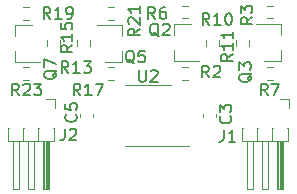
<source format=gbr>
%TF.GenerationSoftware,KiCad,Pcbnew,(5.1.10)-1*%
%TF.CreationDate,2022-01-17T16:38:05+07:00*%
%TF.ProjectId,ADuM_I2C_v3,4144754d-5f49-4324-935f-76332e6b6963,rev?*%
%TF.SameCoordinates,Original*%
%TF.FileFunction,Legend,Top*%
%TF.FilePolarity,Positive*%
%FSLAX46Y46*%
G04 Gerber Fmt 4.6, Leading zero omitted, Abs format (unit mm)*
G04 Created by KiCad (PCBNEW (5.1.10)-1) date 2022-01-17 16:38:05*
%MOMM*%
%LPD*%
G01*
G04 APERTURE LIST*
%ADD10C,0.120000*%
%ADD11C,0.150000*%
%ADD12O,1.000000X1.000000*%
%ADD13R,1.000000X1.000000*%
%ADD14R,0.900000X0.800000*%
G04 APERTURE END LIST*
D10*
%TO.C,J1*%
X111795677Y-98154000D02*
X111871000Y-98154000D01*
X111871000Y-98154000D02*
X111871000Y-99274000D01*
X111871000Y-99274000D02*
X107941000Y-99274000D01*
X107941000Y-99274000D02*
X107941000Y-98154000D01*
X107941000Y-98154000D02*
X108016323Y-98154000D01*
X111436000Y-99274000D02*
X111436000Y-103274000D01*
X111436000Y-103274000D02*
X110916000Y-103274000D01*
X110916000Y-103274000D02*
X110916000Y-99274000D01*
X111376000Y-99274000D02*
X111376000Y-103274000D01*
X111256000Y-99274000D02*
X111256000Y-103274000D01*
X111136000Y-99274000D02*
X111136000Y-103274000D01*
X111016000Y-99274000D02*
X111016000Y-103274000D01*
X110541000Y-98154000D02*
X110541000Y-99274000D01*
X110556323Y-98154000D02*
X110525677Y-98154000D01*
X110166000Y-99274000D02*
X110166000Y-103274000D01*
X110166000Y-103274000D02*
X109646000Y-103274000D01*
X109646000Y-103274000D02*
X109646000Y-99274000D01*
X109271000Y-98154000D02*
X109271000Y-99274000D01*
X109286323Y-98154000D02*
X109255677Y-98154000D01*
X108896000Y-99274000D02*
X108896000Y-103274000D01*
X108896000Y-103274000D02*
X108376000Y-103274000D01*
X108376000Y-103274000D02*
X108376000Y-99274000D01*
X111176000Y-95684000D02*
X111936000Y-95684000D01*
X111936000Y-95684000D02*
X111936000Y-96444000D01*
%TO.C,J2*%
X91983677Y-98154000D02*
X92059000Y-98154000D01*
X92059000Y-98154000D02*
X92059000Y-99274000D01*
X92059000Y-99274000D02*
X88129000Y-99274000D01*
X88129000Y-99274000D02*
X88129000Y-98154000D01*
X88129000Y-98154000D02*
X88204323Y-98154000D01*
X91624000Y-99274000D02*
X91624000Y-103274000D01*
X91624000Y-103274000D02*
X91104000Y-103274000D01*
X91104000Y-103274000D02*
X91104000Y-99274000D01*
X91564000Y-99274000D02*
X91564000Y-103274000D01*
X91444000Y-99274000D02*
X91444000Y-103274000D01*
X91324000Y-99274000D02*
X91324000Y-103274000D01*
X91204000Y-99274000D02*
X91204000Y-103274000D01*
X90729000Y-98154000D02*
X90729000Y-99274000D01*
X90744323Y-98154000D02*
X90713677Y-98154000D01*
X90354000Y-99274000D02*
X90354000Y-103274000D01*
X90354000Y-103274000D02*
X89834000Y-103274000D01*
X89834000Y-103274000D02*
X89834000Y-99274000D01*
X89459000Y-98154000D02*
X89459000Y-99274000D01*
X89474323Y-98154000D02*
X89443677Y-98154000D01*
X89084000Y-99274000D02*
X89084000Y-103274000D01*
X89084000Y-103274000D02*
X88564000Y-103274000D01*
X88564000Y-103274000D02*
X88564000Y-99274000D01*
X91364000Y-95684000D02*
X92124000Y-95684000D01*
X92124000Y-95684000D02*
X92124000Y-96444000D01*
%TO.C,U2*%
X100000000Y-94519000D02*
X98050000Y-94519000D01*
X100000000Y-94519000D02*
X101950000Y-94519000D01*
X100000000Y-99639000D02*
X98050000Y-99639000D01*
X100000000Y-99639000D02*
X103450000Y-99639000D01*
%TO.C,R23*%
X89412742Y-94045500D02*
X89887258Y-94045500D01*
X89412742Y-93000500D02*
X89887258Y-93000500D01*
%TO.C,R21*%
X97125258Y-88965500D02*
X96650742Y-88965500D01*
X97125258Y-87920500D02*
X96650742Y-87920500D01*
%TO.C,R19*%
X89411742Y-88965500D02*
X89886258Y-88965500D01*
X89411742Y-87920500D02*
X89886258Y-87920500D01*
%TO.C,R17*%
X97125258Y-94045500D02*
X96650742Y-94045500D01*
X97125258Y-93000500D02*
X96650742Y-93000500D01*
%TO.C,R15*%
X92521500Y-91157258D02*
X92521500Y-90682742D01*
X91476500Y-91157258D02*
X91476500Y-90682742D01*
%TO.C,R13*%
X95061500Y-90681742D02*
X95061500Y-91156258D01*
X94016500Y-90681742D02*
X94016500Y-91156258D01*
%TO.C,R11*%
X108523500Y-90682742D02*
X108523500Y-91157258D01*
X107478500Y-90682742D02*
X107478500Y-91157258D01*
%TO.C,R10*%
X104938500Y-91157258D02*
X104938500Y-90682742D01*
X105983500Y-91157258D02*
X105983500Y-90682742D01*
%TO.C,R7*%
X110113742Y-93000500D02*
X110588258Y-93000500D01*
X110113742Y-94045500D02*
X110588258Y-94045500D01*
%TO.C,R6*%
X103349258Y-88838500D02*
X102874742Y-88838500D01*
X103349258Y-87793500D02*
X102874742Y-87793500D01*
%TO.C,R3*%
X110587258Y-88838500D02*
X110112742Y-88838500D01*
X110587258Y-87793500D02*
X110112742Y-87793500D01*
%TO.C,R2*%
X102874742Y-93000500D02*
X103349258Y-93000500D01*
X102874742Y-94045500D02*
X103349258Y-94045500D01*
%TO.C,Q7*%
X88715000Y-89403000D02*
X90175000Y-89403000D01*
X88715000Y-92563000D02*
X90875000Y-92563000D01*
X88715000Y-92563000D02*
X88715000Y-91633000D01*
X88715000Y-89403000D02*
X88715000Y-90333000D01*
%TO.C,Q5*%
X97823000Y-92563000D02*
X97823000Y-91633000D01*
X97823000Y-89403000D02*
X97823000Y-90333000D01*
X97823000Y-89403000D02*
X95663000Y-89403000D01*
X97823000Y-92563000D02*
X96363000Y-92563000D01*
%TO.C,Q3*%
X111285000Y-92502000D02*
X111285000Y-91572000D01*
X111285000Y-89342000D02*
X111285000Y-90272000D01*
X111285000Y-89342000D02*
X109125000Y-89342000D01*
X111285000Y-92502000D02*
X109825000Y-92502000D01*
%TO.C,Q2*%
X102177000Y-89337000D02*
X102177000Y-90267000D01*
X102177000Y-92497000D02*
X102177000Y-91567000D01*
X102177000Y-92497000D02*
X104337000Y-92497000D01*
X102177000Y-89337000D02*
X103637000Y-89337000D01*
%TO.C,C5*%
X94283000Y-97206580D02*
X94283000Y-96925420D01*
X95303000Y-97206580D02*
X95303000Y-96925420D01*
%TO.C,C3*%
X104697000Y-97206580D02*
X104697000Y-96925420D01*
X105717000Y-97206580D02*
X105717000Y-96925420D01*
%TO.C,J1*%
D11*
X106397666Y-98309380D02*
X106397666Y-99023666D01*
X106350047Y-99166523D01*
X106254809Y-99261761D01*
X106111952Y-99309380D01*
X106016714Y-99309380D01*
X107397666Y-99309380D02*
X106826238Y-99309380D01*
X107111952Y-99309380D02*
X107111952Y-98309380D01*
X107016714Y-98452238D01*
X106921476Y-98547476D01*
X106826238Y-98595095D01*
%TO.C,J2*%
X92935666Y-98182380D02*
X92935666Y-98896666D01*
X92888047Y-99039523D01*
X92792809Y-99134761D01*
X92649952Y-99182380D01*
X92554714Y-99182380D01*
X93364238Y-98277619D02*
X93411857Y-98230000D01*
X93507095Y-98182380D01*
X93745190Y-98182380D01*
X93840428Y-98230000D01*
X93888047Y-98277619D01*
X93935666Y-98372857D01*
X93935666Y-98468095D01*
X93888047Y-98610952D01*
X93316619Y-99182380D01*
X93935666Y-99182380D01*
%TO.C,U2*%
X99238095Y-93229380D02*
X99238095Y-94038904D01*
X99285714Y-94134142D01*
X99333333Y-94181761D01*
X99428571Y-94229380D01*
X99619047Y-94229380D01*
X99714285Y-94181761D01*
X99761904Y-94134142D01*
X99809523Y-94038904D01*
X99809523Y-93229380D01*
X100238095Y-93324619D02*
X100285714Y-93277000D01*
X100380952Y-93229380D01*
X100619047Y-93229380D01*
X100714285Y-93277000D01*
X100761904Y-93324619D01*
X100809523Y-93419857D01*
X100809523Y-93515095D01*
X100761904Y-93657952D01*
X100190476Y-94229380D01*
X100809523Y-94229380D01*
%TO.C,R23*%
X89070142Y-95372380D02*
X88736809Y-94896190D01*
X88498714Y-95372380D02*
X88498714Y-94372380D01*
X88879666Y-94372380D01*
X88974904Y-94420000D01*
X89022523Y-94467619D01*
X89070142Y-94562857D01*
X89070142Y-94705714D01*
X89022523Y-94800952D01*
X88974904Y-94848571D01*
X88879666Y-94896190D01*
X88498714Y-94896190D01*
X89451095Y-94467619D02*
X89498714Y-94420000D01*
X89593952Y-94372380D01*
X89832047Y-94372380D01*
X89927285Y-94420000D01*
X89974904Y-94467619D01*
X90022523Y-94562857D01*
X90022523Y-94658095D01*
X89974904Y-94800952D01*
X89403476Y-95372380D01*
X90022523Y-95372380D01*
X90355857Y-94372380D02*
X90974904Y-94372380D01*
X90641571Y-94753333D01*
X90784428Y-94753333D01*
X90879666Y-94800952D01*
X90927285Y-94848571D01*
X90974904Y-94943809D01*
X90974904Y-95181904D01*
X90927285Y-95277142D01*
X90879666Y-95324761D01*
X90784428Y-95372380D01*
X90498714Y-95372380D01*
X90403476Y-95324761D01*
X90355857Y-95277142D01*
%TO.C,R21*%
X99309380Y-89720857D02*
X98833190Y-90054190D01*
X99309380Y-90292285D02*
X98309380Y-90292285D01*
X98309380Y-89911333D01*
X98357000Y-89816095D01*
X98404619Y-89768476D01*
X98499857Y-89720857D01*
X98642714Y-89720857D01*
X98737952Y-89768476D01*
X98785571Y-89816095D01*
X98833190Y-89911333D01*
X98833190Y-90292285D01*
X98404619Y-89339904D02*
X98357000Y-89292285D01*
X98309380Y-89197047D01*
X98309380Y-88958952D01*
X98357000Y-88863714D01*
X98404619Y-88816095D01*
X98499857Y-88768476D01*
X98595095Y-88768476D01*
X98737952Y-88816095D01*
X99309380Y-89387523D01*
X99309380Y-88768476D01*
X99309380Y-87816095D02*
X99309380Y-88387523D01*
X99309380Y-88101809D02*
X98309380Y-88101809D01*
X98452238Y-88197047D01*
X98547476Y-88292285D01*
X98595095Y-88387523D01*
%TO.C,R19*%
X91737142Y-88895380D02*
X91403809Y-88419190D01*
X91165714Y-88895380D02*
X91165714Y-87895380D01*
X91546666Y-87895380D01*
X91641904Y-87943000D01*
X91689523Y-87990619D01*
X91737142Y-88085857D01*
X91737142Y-88228714D01*
X91689523Y-88323952D01*
X91641904Y-88371571D01*
X91546666Y-88419190D01*
X91165714Y-88419190D01*
X92689523Y-88895380D02*
X92118095Y-88895380D01*
X92403809Y-88895380D02*
X92403809Y-87895380D01*
X92308571Y-88038238D01*
X92213333Y-88133476D01*
X92118095Y-88181095D01*
X93165714Y-88895380D02*
X93356190Y-88895380D01*
X93451428Y-88847761D01*
X93499047Y-88800142D01*
X93594285Y-88657285D01*
X93641904Y-88466809D01*
X93641904Y-88085857D01*
X93594285Y-87990619D01*
X93546666Y-87943000D01*
X93451428Y-87895380D01*
X93260952Y-87895380D01*
X93165714Y-87943000D01*
X93118095Y-87990619D01*
X93070476Y-88085857D01*
X93070476Y-88323952D01*
X93118095Y-88419190D01*
X93165714Y-88466809D01*
X93260952Y-88514428D01*
X93451428Y-88514428D01*
X93546666Y-88466809D01*
X93594285Y-88419190D01*
X93641904Y-88323952D01*
%TO.C,R17*%
X94277142Y-95372380D02*
X93943809Y-94896190D01*
X93705714Y-95372380D02*
X93705714Y-94372380D01*
X94086666Y-94372380D01*
X94181904Y-94420000D01*
X94229523Y-94467619D01*
X94277142Y-94562857D01*
X94277142Y-94705714D01*
X94229523Y-94800952D01*
X94181904Y-94848571D01*
X94086666Y-94896190D01*
X93705714Y-94896190D01*
X95229523Y-95372380D02*
X94658095Y-95372380D01*
X94943809Y-95372380D02*
X94943809Y-94372380D01*
X94848571Y-94515238D01*
X94753333Y-94610476D01*
X94658095Y-94658095D01*
X95562857Y-94372380D02*
X96229523Y-94372380D01*
X95800952Y-95372380D01*
%TO.C,R15*%
X93594380Y-91117857D02*
X93118190Y-91451190D01*
X93594380Y-91689285D02*
X92594380Y-91689285D01*
X92594380Y-91308333D01*
X92642000Y-91213095D01*
X92689619Y-91165476D01*
X92784857Y-91117857D01*
X92927714Y-91117857D01*
X93022952Y-91165476D01*
X93070571Y-91213095D01*
X93118190Y-91308333D01*
X93118190Y-91689285D01*
X93594380Y-90165476D02*
X93594380Y-90736904D01*
X93594380Y-90451190D02*
X92594380Y-90451190D01*
X92737238Y-90546428D01*
X92832476Y-90641666D01*
X92880095Y-90736904D01*
X92594380Y-89260714D02*
X92594380Y-89736904D01*
X93070571Y-89784523D01*
X93022952Y-89736904D01*
X92975333Y-89641666D01*
X92975333Y-89403571D01*
X93022952Y-89308333D01*
X93070571Y-89260714D01*
X93165809Y-89213095D01*
X93403904Y-89213095D01*
X93499142Y-89260714D01*
X93546761Y-89308333D01*
X93594380Y-89403571D01*
X93594380Y-89641666D01*
X93546761Y-89736904D01*
X93499142Y-89784523D01*
%TO.C,R13*%
X93261142Y-93466380D02*
X92927809Y-92990190D01*
X92689714Y-93466380D02*
X92689714Y-92466380D01*
X93070666Y-92466380D01*
X93165904Y-92514000D01*
X93213523Y-92561619D01*
X93261142Y-92656857D01*
X93261142Y-92799714D01*
X93213523Y-92894952D01*
X93165904Y-92942571D01*
X93070666Y-92990190D01*
X92689714Y-92990190D01*
X94213523Y-93466380D02*
X93642095Y-93466380D01*
X93927809Y-93466380D02*
X93927809Y-92466380D01*
X93832571Y-92609238D01*
X93737333Y-92704476D01*
X93642095Y-92752095D01*
X94546857Y-92466380D02*
X95165904Y-92466380D01*
X94832571Y-92847333D01*
X94975428Y-92847333D01*
X95070666Y-92894952D01*
X95118285Y-92942571D01*
X95165904Y-93037809D01*
X95165904Y-93275904D01*
X95118285Y-93371142D01*
X95070666Y-93418761D01*
X94975428Y-93466380D01*
X94689714Y-93466380D01*
X94594476Y-93418761D01*
X94546857Y-93371142D01*
%TO.C,R11*%
X107183380Y-91879857D02*
X106707190Y-92213190D01*
X107183380Y-92451285D02*
X106183380Y-92451285D01*
X106183380Y-92070333D01*
X106231000Y-91975095D01*
X106278619Y-91927476D01*
X106373857Y-91879857D01*
X106516714Y-91879857D01*
X106611952Y-91927476D01*
X106659571Y-91975095D01*
X106707190Y-92070333D01*
X106707190Y-92451285D01*
X107183380Y-90927476D02*
X107183380Y-91498904D01*
X107183380Y-91213190D02*
X106183380Y-91213190D01*
X106326238Y-91308428D01*
X106421476Y-91403666D01*
X106469095Y-91498904D01*
X107183380Y-89975095D02*
X107183380Y-90546523D01*
X107183380Y-90260809D02*
X106183380Y-90260809D01*
X106326238Y-90356047D01*
X106421476Y-90451285D01*
X106469095Y-90546523D01*
%TO.C,R10*%
X105199142Y-89403380D02*
X104865809Y-88927190D01*
X104627714Y-89403380D02*
X104627714Y-88403380D01*
X105008666Y-88403380D01*
X105103904Y-88451000D01*
X105151523Y-88498619D01*
X105199142Y-88593857D01*
X105199142Y-88736714D01*
X105151523Y-88831952D01*
X105103904Y-88879571D01*
X105008666Y-88927190D01*
X104627714Y-88927190D01*
X106151523Y-89403380D02*
X105580095Y-89403380D01*
X105865809Y-89403380D02*
X105865809Y-88403380D01*
X105770571Y-88546238D01*
X105675333Y-88641476D01*
X105580095Y-88689095D01*
X106770571Y-88403380D02*
X106865809Y-88403380D01*
X106961047Y-88451000D01*
X107008666Y-88498619D01*
X107056285Y-88593857D01*
X107103904Y-88784333D01*
X107103904Y-89022428D01*
X107056285Y-89212904D01*
X107008666Y-89308142D01*
X106961047Y-89355761D01*
X106865809Y-89403380D01*
X106770571Y-89403380D01*
X106675333Y-89355761D01*
X106627714Y-89308142D01*
X106580095Y-89212904D01*
X106532476Y-89022428D01*
X106532476Y-88784333D01*
X106580095Y-88593857D01*
X106627714Y-88498619D01*
X106675333Y-88451000D01*
X106770571Y-88403380D01*
%TO.C,R7*%
X110120333Y-95372380D02*
X109787000Y-94896190D01*
X109548904Y-95372380D02*
X109548904Y-94372380D01*
X109929857Y-94372380D01*
X110025095Y-94420000D01*
X110072714Y-94467619D01*
X110120333Y-94562857D01*
X110120333Y-94705714D01*
X110072714Y-94800952D01*
X110025095Y-94848571D01*
X109929857Y-94896190D01*
X109548904Y-94896190D01*
X110453666Y-94372380D02*
X111120333Y-94372380D01*
X110691761Y-95372380D01*
%TO.C,R6*%
X100595333Y-88895380D02*
X100262000Y-88419190D01*
X100023904Y-88895380D02*
X100023904Y-87895380D01*
X100404857Y-87895380D01*
X100500095Y-87943000D01*
X100547714Y-87990619D01*
X100595333Y-88085857D01*
X100595333Y-88228714D01*
X100547714Y-88323952D01*
X100500095Y-88371571D01*
X100404857Y-88419190D01*
X100023904Y-88419190D01*
X101452476Y-87895380D02*
X101262000Y-87895380D01*
X101166761Y-87943000D01*
X101119142Y-87990619D01*
X101023904Y-88133476D01*
X100976285Y-88323952D01*
X100976285Y-88704904D01*
X101023904Y-88800142D01*
X101071523Y-88847761D01*
X101166761Y-88895380D01*
X101357238Y-88895380D01*
X101452476Y-88847761D01*
X101500095Y-88800142D01*
X101547714Y-88704904D01*
X101547714Y-88466809D01*
X101500095Y-88371571D01*
X101452476Y-88323952D01*
X101357238Y-88276333D01*
X101166761Y-88276333D01*
X101071523Y-88323952D01*
X101023904Y-88371571D01*
X100976285Y-88466809D01*
%TO.C,R3*%
X108834380Y-88736666D02*
X108358190Y-89070000D01*
X108834380Y-89308095D02*
X107834380Y-89308095D01*
X107834380Y-88927142D01*
X107882000Y-88831904D01*
X107929619Y-88784285D01*
X108024857Y-88736666D01*
X108167714Y-88736666D01*
X108262952Y-88784285D01*
X108310571Y-88831904D01*
X108358190Y-88927142D01*
X108358190Y-89308095D01*
X107834380Y-88403333D02*
X107834380Y-87784285D01*
X108215333Y-88117619D01*
X108215333Y-87974761D01*
X108262952Y-87879523D01*
X108310571Y-87831904D01*
X108405809Y-87784285D01*
X108643904Y-87784285D01*
X108739142Y-87831904D01*
X108786761Y-87879523D01*
X108834380Y-87974761D01*
X108834380Y-88260476D01*
X108786761Y-88355714D01*
X108739142Y-88403333D01*
%TO.C,R2*%
X105167333Y-93848380D02*
X104834000Y-93372190D01*
X104595904Y-93848380D02*
X104595904Y-92848380D01*
X104976857Y-92848380D01*
X105072095Y-92896000D01*
X105119714Y-92943619D01*
X105167333Y-93038857D01*
X105167333Y-93181714D01*
X105119714Y-93276952D01*
X105072095Y-93324571D01*
X104976857Y-93372190D01*
X104595904Y-93372190D01*
X105548285Y-92943619D02*
X105595904Y-92896000D01*
X105691142Y-92848380D01*
X105929238Y-92848380D01*
X106024476Y-92896000D01*
X106072095Y-92943619D01*
X106119714Y-93038857D01*
X106119714Y-93134095D01*
X106072095Y-93276952D01*
X105500666Y-93848380D01*
X106119714Y-93848380D01*
%TO.C,Q7*%
X92292619Y-93237238D02*
X92245000Y-93332476D01*
X92149761Y-93427714D01*
X92006904Y-93570571D01*
X91959285Y-93665809D01*
X91959285Y-93761047D01*
X92197380Y-93713428D02*
X92149761Y-93808666D01*
X92054523Y-93903904D01*
X91864047Y-93951523D01*
X91530714Y-93951523D01*
X91340238Y-93903904D01*
X91245000Y-93808666D01*
X91197380Y-93713428D01*
X91197380Y-93522952D01*
X91245000Y-93427714D01*
X91340238Y-93332476D01*
X91530714Y-93284857D01*
X91864047Y-93284857D01*
X92054523Y-93332476D01*
X92149761Y-93427714D01*
X92197380Y-93522952D01*
X92197380Y-93713428D01*
X91197380Y-92951523D02*
X91197380Y-92284857D01*
X92197380Y-92713428D01*
%TO.C,Q5*%
X98856761Y-92673619D02*
X98761523Y-92626000D01*
X98666285Y-92530761D01*
X98523428Y-92387904D01*
X98428190Y-92340285D01*
X98332952Y-92340285D01*
X98380571Y-92578380D02*
X98285333Y-92530761D01*
X98190095Y-92435523D01*
X98142476Y-92245047D01*
X98142476Y-91911714D01*
X98190095Y-91721238D01*
X98285333Y-91626000D01*
X98380571Y-91578380D01*
X98571047Y-91578380D01*
X98666285Y-91626000D01*
X98761523Y-91721238D01*
X98809142Y-91911714D01*
X98809142Y-92245047D01*
X98761523Y-92435523D01*
X98666285Y-92530761D01*
X98571047Y-92578380D01*
X98380571Y-92578380D01*
X99713904Y-91578380D02*
X99237714Y-91578380D01*
X99190095Y-92054571D01*
X99237714Y-92006952D01*
X99332952Y-91959333D01*
X99571047Y-91959333D01*
X99666285Y-92006952D01*
X99713904Y-92054571D01*
X99761523Y-92149809D01*
X99761523Y-92387904D01*
X99713904Y-92483142D01*
X99666285Y-92530761D01*
X99571047Y-92578380D01*
X99332952Y-92578380D01*
X99237714Y-92530761D01*
X99190095Y-92483142D01*
%TO.C,Q3*%
X108802619Y-93491238D02*
X108755000Y-93586476D01*
X108659761Y-93681714D01*
X108516904Y-93824571D01*
X108469285Y-93919809D01*
X108469285Y-94015047D01*
X108707380Y-93967428D02*
X108659761Y-94062666D01*
X108564523Y-94157904D01*
X108374047Y-94205523D01*
X108040714Y-94205523D01*
X107850238Y-94157904D01*
X107755000Y-94062666D01*
X107707380Y-93967428D01*
X107707380Y-93776952D01*
X107755000Y-93681714D01*
X107850238Y-93586476D01*
X108040714Y-93538857D01*
X108374047Y-93538857D01*
X108564523Y-93586476D01*
X108659761Y-93681714D01*
X108707380Y-93776952D01*
X108707380Y-93967428D01*
X107707380Y-93205523D02*
X107707380Y-92586476D01*
X108088333Y-92919809D01*
X108088333Y-92776952D01*
X108135952Y-92681714D01*
X108183571Y-92634095D01*
X108278809Y-92586476D01*
X108516904Y-92586476D01*
X108612142Y-92634095D01*
X108659761Y-92681714D01*
X108707380Y-92776952D01*
X108707380Y-93062666D01*
X108659761Y-93157904D01*
X108612142Y-93205523D01*
%TO.C,Q2*%
X100920761Y-90387619D02*
X100825523Y-90340000D01*
X100730285Y-90244761D01*
X100587428Y-90101904D01*
X100492190Y-90054285D01*
X100396952Y-90054285D01*
X100444571Y-90292380D02*
X100349333Y-90244761D01*
X100254095Y-90149523D01*
X100206476Y-89959047D01*
X100206476Y-89625714D01*
X100254095Y-89435238D01*
X100349333Y-89340000D01*
X100444571Y-89292380D01*
X100635047Y-89292380D01*
X100730285Y-89340000D01*
X100825523Y-89435238D01*
X100873142Y-89625714D01*
X100873142Y-89959047D01*
X100825523Y-90149523D01*
X100730285Y-90244761D01*
X100635047Y-90292380D01*
X100444571Y-90292380D01*
X101254095Y-89387619D02*
X101301714Y-89340000D01*
X101396952Y-89292380D01*
X101635047Y-89292380D01*
X101730285Y-89340000D01*
X101777904Y-89387619D01*
X101825523Y-89482857D01*
X101825523Y-89578095D01*
X101777904Y-89720952D01*
X101206476Y-90292380D01*
X101825523Y-90292380D01*
%TO.C,C5*%
X93880142Y-96991666D02*
X93927761Y-97039285D01*
X93975380Y-97182142D01*
X93975380Y-97277380D01*
X93927761Y-97420238D01*
X93832523Y-97515476D01*
X93737285Y-97563095D01*
X93546809Y-97610714D01*
X93403952Y-97610714D01*
X93213476Y-97563095D01*
X93118238Y-97515476D01*
X93023000Y-97420238D01*
X92975380Y-97277380D01*
X92975380Y-97182142D01*
X93023000Y-97039285D01*
X93070619Y-96991666D01*
X92975380Y-96086904D02*
X92975380Y-96563095D01*
X93451571Y-96610714D01*
X93403952Y-96563095D01*
X93356333Y-96467857D01*
X93356333Y-96229761D01*
X93403952Y-96134523D01*
X93451571Y-96086904D01*
X93546809Y-96039285D01*
X93784904Y-96039285D01*
X93880142Y-96086904D01*
X93927761Y-96134523D01*
X93975380Y-96229761D01*
X93975380Y-96467857D01*
X93927761Y-96563095D01*
X93880142Y-96610714D01*
%TO.C,C3*%
X106961142Y-97118666D02*
X107008761Y-97166285D01*
X107056380Y-97309142D01*
X107056380Y-97404380D01*
X107008761Y-97547238D01*
X106913523Y-97642476D01*
X106818285Y-97690095D01*
X106627809Y-97737714D01*
X106484952Y-97737714D01*
X106294476Y-97690095D01*
X106199238Y-97642476D01*
X106104000Y-97547238D01*
X106056380Y-97404380D01*
X106056380Y-97309142D01*
X106104000Y-97166285D01*
X106151619Y-97118666D01*
X106056380Y-96785333D02*
X106056380Y-96166285D01*
X106437333Y-96499619D01*
X106437333Y-96356761D01*
X106484952Y-96261523D01*
X106532571Y-96213904D01*
X106627809Y-96166285D01*
X106865904Y-96166285D01*
X106961142Y-96213904D01*
X107008761Y-96261523D01*
X107056380Y-96356761D01*
X107056380Y-96642476D01*
X107008761Y-96737714D01*
X106961142Y-96785333D01*
%TD*%
%LPC*%
D12*
%TO.C,J1*%
X108636000Y-97714000D03*
X108636000Y-96444000D03*
X109906000Y-97714000D03*
X109906000Y-96444000D03*
X111176000Y-97714000D03*
D13*
X111176000Y-96444000D03*
%TD*%
D12*
%TO.C,J2*%
X88824000Y-97714000D03*
X88824000Y-96444000D03*
X90094000Y-97714000D03*
X90094000Y-96444000D03*
X91364000Y-97714000D03*
D13*
X91364000Y-96444000D03*
%TD*%
%TO.C,U2*%
G36*
G01*
X98500000Y-98834000D02*
X98500000Y-99134000D01*
G75*
G02*
X98350000Y-99284000I-150000J0D01*
G01*
X96700000Y-99284000D01*
G75*
G02*
X96550000Y-99134000I0J150000D01*
G01*
X96550000Y-98834000D01*
G75*
G02*
X96700000Y-98684000I150000J0D01*
G01*
X98350000Y-98684000D01*
G75*
G02*
X98500000Y-98834000I0J-150000D01*
G01*
G37*
G36*
G01*
X98500000Y-97564000D02*
X98500000Y-97864000D01*
G75*
G02*
X98350000Y-98014000I-150000J0D01*
G01*
X96700000Y-98014000D01*
G75*
G02*
X96550000Y-97864000I0J150000D01*
G01*
X96550000Y-97564000D01*
G75*
G02*
X96700000Y-97414000I150000J0D01*
G01*
X98350000Y-97414000D01*
G75*
G02*
X98500000Y-97564000I0J-150000D01*
G01*
G37*
G36*
G01*
X98500000Y-96294000D02*
X98500000Y-96594000D01*
G75*
G02*
X98350000Y-96744000I-150000J0D01*
G01*
X96700000Y-96744000D01*
G75*
G02*
X96550000Y-96594000I0J150000D01*
G01*
X96550000Y-96294000D01*
G75*
G02*
X96700000Y-96144000I150000J0D01*
G01*
X98350000Y-96144000D01*
G75*
G02*
X98500000Y-96294000I0J-150000D01*
G01*
G37*
G36*
G01*
X98500000Y-95024000D02*
X98500000Y-95324000D01*
G75*
G02*
X98350000Y-95474000I-150000J0D01*
G01*
X96700000Y-95474000D01*
G75*
G02*
X96550000Y-95324000I0J150000D01*
G01*
X96550000Y-95024000D01*
G75*
G02*
X96700000Y-94874000I150000J0D01*
G01*
X98350000Y-94874000D01*
G75*
G02*
X98500000Y-95024000I0J-150000D01*
G01*
G37*
G36*
G01*
X103450000Y-95024000D02*
X103450000Y-95324000D01*
G75*
G02*
X103300000Y-95474000I-150000J0D01*
G01*
X101650000Y-95474000D01*
G75*
G02*
X101500000Y-95324000I0J150000D01*
G01*
X101500000Y-95024000D01*
G75*
G02*
X101650000Y-94874000I150000J0D01*
G01*
X103300000Y-94874000D01*
G75*
G02*
X103450000Y-95024000I0J-150000D01*
G01*
G37*
G36*
G01*
X103450000Y-96294000D02*
X103450000Y-96594000D01*
G75*
G02*
X103300000Y-96744000I-150000J0D01*
G01*
X101650000Y-96744000D01*
G75*
G02*
X101500000Y-96594000I0J150000D01*
G01*
X101500000Y-96294000D01*
G75*
G02*
X101650000Y-96144000I150000J0D01*
G01*
X103300000Y-96144000D01*
G75*
G02*
X103450000Y-96294000I0J-150000D01*
G01*
G37*
G36*
G01*
X103450000Y-97564000D02*
X103450000Y-97864000D01*
G75*
G02*
X103300000Y-98014000I-150000J0D01*
G01*
X101650000Y-98014000D01*
G75*
G02*
X101500000Y-97864000I0J150000D01*
G01*
X101500000Y-97564000D01*
G75*
G02*
X101650000Y-97414000I150000J0D01*
G01*
X103300000Y-97414000D01*
G75*
G02*
X103450000Y-97564000I0J-150000D01*
G01*
G37*
G36*
G01*
X103450000Y-98834000D02*
X103450000Y-99134000D01*
G75*
G02*
X103300000Y-99284000I-150000J0D01*
G01*
X101650000Y-99284000D01*
G75*
G02*
X101500000Y-99134000I0J150000D01*
G01*
X101500000Y-98834000D01*
G75*
G02*
X101650000Y-98684000I150000J0D01*
G01*
X103300000Y-98684000D01*
G75*
G02*
X103450000Y-98834000I0J-150000D01*
G01*
G37*
%TD*%
%TO.C,R23*%
G36*
G01*
X88425000Y-93798000D02*
X88425000Y-93248000D01*
G75*
G02*
X88625000Y-93048000I200000J0D01*
G01*
X89025000Y-93048000D01*
G75*
G02*
X89225000Y-93248000I0J-200000D01*
G01*
X89225000Y-93798000D01*
G75*
G02*
X89025000Y-93998000I-200000J0D01*
G01*
X88625000Y-93998000D01*
G75*
G02*
X88425000Y-93798000I0J200000D01*
G01*
G37*
G36*
G01*
X90075000Y-93798000D02*
X90075000Y-93248000D01*
G75*
G02*
X90275000Y-93048000I200000J0D01*
G01*
X90675000Y-93048000D01*
G75*
G02*
X90875000Y-93248000I0J-200000D01*
G01*
X90875000Y-93798000D01*
G75*
G02*
X90675000Y-93998000I-200000J0D01*
G01*
X90275000Y-93998000D01*
G75*
G02*
X90075000Y-93798000I0J200000D01*
G01*
G37*
%TD*%
%TO.C,R21*%
G36*
G01*
X96463000Y-88168000D02*
X96463000Y-88718000D01*
G75*
G02*
X96263000Y-88918000I-200000J0D01*
G01*
X95863000Y-88918000D01*
G75*
G02*
X95663000Y-88718000I0J200000D01*
G01*
X95663000Y-88168000D01*
G75*
G02*
X95863000Y-87968000I200000J0D01*
G01*
X96263000Y-87968000D01*
G75*
G02*
X96463000Y-88168000I0J-200000D01*
G01*
G37*
G36*
G01*
X98113000Y-88168000D02*
X98113000Y-88718000D01*
G75*
G02*
X97913000Y-88918000I-200000J0D01*
G01*
X97513000Y-88918000D01*
G75*
G02*
X97313000Y-88718000I0J200000D01*
G01*
X97313000Y-88168000D01*
G75*
G02*
X97513000Y-87968000I200000J0D01*
G01*
X97913000Y-87968000D01*
G75*
G02*
X98113000Y-88168000I0J-200000D01*
G01*
G37*
%TD*%
%TO.C,R19*%
G36*
G01*
X88424000Y-88718000D02*
X88424000Y-88168000D01*
G75*
G02*
X88624000Y-87968000I200000J0D01*
G01*
X89024000Y-87968000D01*
G75*
G02*
X89224000Y-88168000I0J-200000D01*
G01*
X89224000Y-88718000D01*
G75*
G02*
X89024000Y-88918000I-200000J0D01*
G01*
X88624000Y-88918000D01*
G75*
G02*
X88424000Y-88718000I0J200000D01*
G01*
G37*
G36*
G01*
X90074000Y-88718000D02*
X90074000Y-88168000D01*
G75*
G02*
X90274000Y-87968000I200000J0D01*
G01*
X90674000Y-87968000D01*
G75*
G02*
X90874000Y-88168000I0J-200000D01*
G01*
X90874000Y-88718000D01*
G75*
G02*
X90674000Y-88918000I-200000J0D01*
G01*
X90274000Y-88918000D01*
G75*
G02*
X90074000Y-88718000I0J200000D01*
G01*
G37*
%TD*%
%TO.C,R17*%
G36*
G01*
X96463000Y-93248000D02*
X96463000Y-93798000D01*
G75*
G02*
X96263000Y-93998000I-200000J0D01*
G01*
X95863000Y-93998000D01*
G75*
G02*
X95663000Y-93798000I0J200000D01*
G01*
X95663000Y-93248000D01*
G75*
G02*
X95863000Y-93048000I200000J0D01*
G01*
X96263000Y-93048000D01*
G75*
G02*
X96463000Y-93248000I0J-200000D01*
G01*
G37*
G36*
G01*
X98113000Y-93248000D02*
X98113000Y-93798000D01*
G75*
G02*
X97913000Y-93998000I-200000J0D01*
G01*
X97513000Y-93998000D01*
G75*
G02*
X97313000Y-93798000I0J200000D01*
G01*
X97313000Y-93248000D01*
G75*
G02*
X97513000Y-93048000I200000J0D01*
G01*
X97913000Y-93048000D01*
G75*
G02*
X98113000Y-93248000I0J-200000D01*
G01*
G37*
%TD*%
%TO.C,R15*%
G36*
G01*
X92274000Y-92145000D02*
X91724000Y-92145000D01*
G75*
G02*
X91524000Y-91945000I0J200000D01*
G01*
X91524000Y-91545000D01*
G75*
G02*
X91724000Y-91345000I200000J0D01*
G01*
X92274000Y-91345000D01*
G75*
G02*
X92474000Y-91545000I0J-200000D01*
G01*
X92474000Y-91945000D01*
G75*
G02*
X92274000Y-92145000I-200000J0D01*
G01*
G37*
G36*
G01*
X92274000Y-90495000D02*
X91724000Y-90495000D01*
G75*
G02*
X91524000Y-90295000I0J200000D01*
G01*
X91524000Y-89895000D01*
G75*
G02*
X91724000Y-89695000I200000J0D01*
G01*
X92274000Y-89695000D01*
G75*
G02*
X92474000Y-89895000I0J-200000D01*
G01*
X92474000Y-90295000D01*
G75*
G02*
X92274000Y-90495000I-200000J0D01*
G01*
G37*
%TD*%
%TO.C,R13*%
G36*
G01*
X94264000Y-91344000D02*
X94814000Y-91344000D01*
G75*
G02*
X95014000Y-91544000I0J-200000D01*
G01*
X95014000Y-91944000D01*
G75*
G02*
X94814000Y-92144000I-200000J0D01*
G01*
X94264000Y-92144000D01*
G75*
G02*
X94064000Y-91944000I0J200000D01*
G01*
X94064000Y-91544000D01*
G75*
G02*
X94264000Y-91344000I200000J0D01*
G01*
G37*
G36*
G01*
X94264000Y-89694000D02*
X94814000Y-89694000D01*
G75*
G02*
X95014000Y-89894000I0J-200000D01*
G01*
X95014000Y-90294000D01*
G75*
G02*
X94814000Y-90494000I-200000J0D01*
G01*
X94264000Y-90494000D01*
G75*
G02*
X94064000Y-90294000I0J200000D01*
G01*
X94064000Y-89894000D01*
G75*
G02*
X94264000Y-89694000I200000J0D01*
G01*
G37*
%TD*%
%TO.C,R11*%
G36*
G01*
X107726000Y-91345000D02*
X108276000Y-91345000D01*
G75*
G02*
X108476000Y-91545000I0J-200000D01*
G01*
X108476000Y-91945000D01*
G75*
G02*
X108276000Y-92145000I-200000J0D01*
G01*
X107726000Y-92145000D01*
G75*
G02*
X107526000Y-91945000I0J200000D01*
G01*
X107526000Y-91545000D01*
G75*
G02*
X107726000Y-91345000I200000J0D01*
G01*
G37*
G36*
G01*
X107726000Y-89695000D02*
X108276000Y-89695000D01*
G75*
G02*
X108476000Y-89895000I0J-200000D01*
G01*
X108476000Y-90295000D01*
G75*
G02*
X108276000Y-90495000I-200000J0D01*
G01*
X107726000Y-90495000D01*
G75*
G02*
X107526000Y-90295000I0J200000D01*
G01*
X107526000Y-89895000D01*
G75*
G02*
X107726000Y-89695000I200000J0D01*
G01*
G37*
%TD*%
%TO.C,R10*%
G36*
G01*
X105736000Y-90495000D02*
X105186000Y-90495000D01*
G75*
G02*
X104986000Y-90295000I0J200000D01*
G01*
X104986000Y-89895000D01*
G75*
G02*
X105186000Y-89695000I200000J0D01*
G01*
X105736000Y-89695000D01*
G75*
G02*
X105936000Y-89895000I0J-200000D01*
G01*
X105936000Y-90295000D01*
G75*
G02*
X105736000Y-90495000I-200000J0D01*
G01*
G37*
G36*
G01*
X105736000Y-92145000D02*
X105186000Y-92145000D01*
G75*
G02*
X104986000Y-91945000I0J200000D01*
G01*
X104986000Y-91545000D01*
G75*
G02*
X105186000Y-91345000I200000J0D01*
G01*
X105736000Y-91345000D01*
G75*
G02*
X105936000Y-91545000I0J-200000D01*
G01*
X105936000Y-91945000D01*
G75*
G02*
X105736000Y-92145000I-200000J0D01*
G01*
G37*
%TD*%
%TO.C,R7*%
G36*
G01*
X110776000Y-93798000D02*
X110776000Y-93248000D01*
G75*
G02*
X110976000Y-93048000I200000J0D01*
G01*
X111376000Y-93048000D01*
G75*
G02*
X111576000Y-93248000I0J-200000D01*
G01*
X111576000Y-93798000D01*
G75*
G02*
X111376000Y-93998000I-200000J0D01*
G01*
X110976000Y-93998000D01*
G75*
G02*
X110776000Y-93798000I0J200000D01*
G01*
G37*
G36*
G01*
X109126000Y-93798000D02*
X109126000Y-93248000D01*
G75*
G02*
X109326000Y-93048000I200000J0D01*
G01*
X109726000Y-93048000D01*
G75*
G02*
X109926000Y-93248000I0J-200000D01*
G01*
X109926000Y-93798000D01*
G75*
G02*
X109726000Y-93998000I-200000J0D01*
G01*
X109326000Y-93998000D01*
G75*
G02*
X109126000Y-93798000I0J200000D01*
G01*
G37*
%TD*%
%TO.C,R6*%
G36*
G01*
X102687000Y-88041000D02*
X102687000Y-88591000D01*
G75*
G02*
X102487000Y-88791000I-200000J0D01*
G01*
X102087000Y-88791000D01*
G75*
G02*
X101887000Y-88591000I0J200000D01*
G01*
X101887000Y-88041000D01*
G75*
G02*
X102087000Y-87841000I200000J0D01*
G01*
X102487000Y-87841000D01*
G75*
G02*
X102687000Y-88041000I0J-200000D01*
G01*
G37*
G36*
G01*
X104337000Y-88041000D02*
X104337000Y-88591000D01*
G75*
G02*
X104137000Y-88791000I-200000J0D01*
G01*
X103737000Y-88791000D01*
G75*
G02*
X103537000Y-88591000I0J200000D01*
G01*
X103537000Y-88041000D01*
G75*
G02*
X103737000Y-87841000I200000J0D01*
G01*
X104137000Y-87841000D01*
G75*
G02*
X104337000Y-88041000I0J-200000D01*
G01*
G37*
%TD*%
%TO.C,R3*%
G36*
G01*
X109925000Y-88041000D02*
X109925000Y-88591000D01*
G75*
G02*
X109725000Y-88791000I-200000J0D01*
G01*
X109325000Y-88791000D01*
G75*
G02*
X109125000Y-88591000I0J200000D01*
G01*
X109125000Y-88041000D01*
G75*
G02*
X109325000Y-87841000I200000J0D01*
G01*
X109725000Y-87841000D01*
G75*
G02*
X109925000Y-88041000I0J-200000D01*
G01*
G37*
G36*
G01*
X111575000Y-88041000D02*
X111575000Y-88591000D01*
G75*
G02*
X111375000Y-88791000I-200000J0D01*
G01*
X110975000Y-88791000D01*
G75*
G02*
X110775000Y-88591000I0J200000D01*
G01*
X110775000Y-88041000D01*
G75*
G02*
X110975000Y-87841000I200000J0D01*
G01*
X111375000Y-87841000D01*
G75*
G02*
X111575000Y-88041000I0J-200000D01*
G01*
G37*
%TD*%
%TO.C,R2*%
G36*
G01*
X103537000Y-93798000D02*
X103537000Y-93248000D01*
G75*
G02*
X103737000Y-93048000I200000J0D01*
G01*
X104137000Y-93048000D01*
G75*
G02*
X104337000Y-93248000I0J-200000D01*
G01*
X104337000Y-93798000D01*
G75*
G02*
X104137000Y-93998000I-200000J0D01*
G01*
X103737000Y-93998000D01*
G75*
G02*
X103537000Y-93798000I0J200000D01*
G01*
G37*
G36*
G01*
X101887000Y-93798000D02*
X101887000Y-93248000D01*
G75*
G02*
X102087000Y-93048000I200000J0D01*
G01*
X102487000Y-93048000D01*
G75*
G02*
X102687000Y-93248000I0J-200000D01*
G01*
X102687000Y-93798000D01*
G75*
G02*
X102487000Y-93998000I-200000J0D01*
G01*
X102087000Y-93998000D01*
G75*
G02*
X101887000Y-93798000I0J200000D01*
G01*
G37*
%TD*%
D14*
%TO.C,Q7*%
X90475000Y-91933000D03*
X90475000Y-90033000D03*
X88475000Y-90983000D03*
%TD*%
%TO.C,Q5*%
X98063000Y-90983000D03*
X96063000Y-91933000D03*
X96063000Y-90033000D03*
%TD*%
%TO.C,Q3*%
X111525000Y-90922000D03*
X109525000Y-91872000D03*
X109525000Y-89972000D03*
%TD*%
%TO.C,Q2*%
X101937000Y-90917000D03*
X103937000Y-89967000D03*
X103937000Y-91867000D03*
%TD*%
%TO.C,C5*%
G36*
G01*
X95043000Y-96741000D02*
X94543000Y-96741000D01*
G75*
G02*
X94318000Y-96516000I0J225000D01*
G01*
X94318000Y-96066000D01*
G75*
G02*
X94543000Y-95841000I225000J0D01*
G01*
X95043000Y-95841000D01*
G75*
G02*
X95268000Y-96066000I0J-225000D01*
G01*
X95268000Y-96516000D01*
G75*
G02*
X95043000Y-96741000I-225000J0D01*
G01*
G37*
G36*
G01*
X95043000Y-98291000D02*
X94543000Y-98291000D01*
G75*
G02*
X94318000Y-98066000I0J225000D01*
G01*
X94318000Y-97616000D01*
G75*
G02*
X94543000Y-97391000I225000J0D01*
G01*
X95043000Y-97391000D01*
G75*
G02*
X95268000Y-97616000I0J-225000D01*
G01*
X95268000Y-98066000D01*
G75*
G02*
X95043000Y-98291000I-225000J0D01*
G01*
G37*
%TD*%
%TO.C,C3*%
G36*
G01*
X105457000Y-96741000D02*
X104957000Y-96741000D01*
G75*
G02*
X104732000Y-96516000I0J225000D01*
G01*
X104732000Y-96066000D01*
G75*
G02*
X104957000Y-95841000I225000J0D01*
G01*
X105457000Y-95841000D01*
G75*
G02*
X105682000Y-96066000I0J-225000D01*
G01*
X105682000Y-96516000D01*
G75*
G02*
X105457000Y-96741000I-225000J0D01*
G01*
G37*
G36*
G01*
X105457000Y-98291000D02*
X104957000Y-98291000D01*
G75*
G02*
X104732000Y-98066000I0J225000D01*
G01*
X104732000Y-97616000D01*
G75*
G02*
X104957000Y-97391000I225000J0D01*
G01*
X105457000Y-97391000D01*
G75*
G02*
X105682000Y-97616000I0J-225000D01*
G01*
X105682000Y-98066000D01*
G75*
G02*
X105457000Y-98291000I-225000J0D01*
G01*
G37*
%TD*%
M02*

</source>
